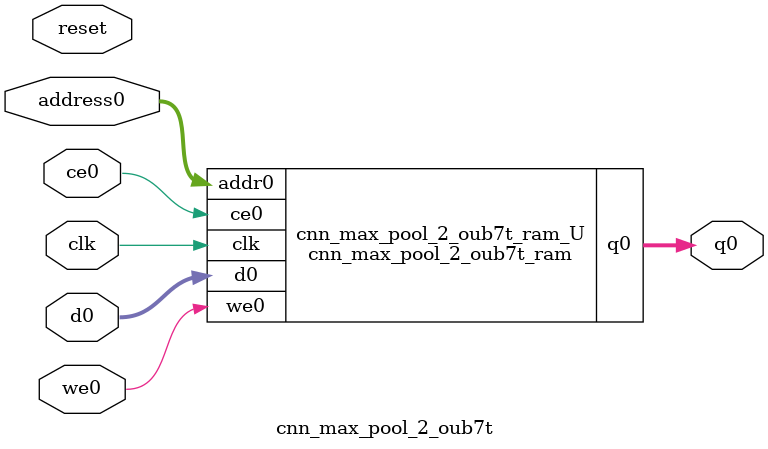
<source format=v>
`timescale 1 ns / 1 ps
module cnn_max_pool_2_oub7t_ram (addr0, ce0, d0, we0, q0,  clk);

parameter DWIDTH = 14;
parameter AWIDTH = 9;
parameter MEM_SIZE = 400;

input[AWIDTH-1:0] addr0;
input ce0;
input[DWIDTH-1:0] d0;
input we0;
output reg[DWIDTH-1:0] q0;
input clk;

(* ram_style = "block" *)reg [DWIDTH-1:0] ram[0:MEM_SIZE-1];




always @(posedge clk)  
begin 
    if (ce0) 
    begin
        if (we0) 
        begin 
            ram[addr0] <= d0; 
        end 
        q0 <= ram[addr0];
    end
end


endmodule

`timescale 1 ns / 1 ps
module cnn_max_pool_2_oub7t(
    reset,
    clk,
    address0,
    ce0,
    we0,
    d0,
    q0);

parameter DataWidth = 32'd14;
parameter AddressRange = 32'd400;
parameter AddressWidth = 32'd9;
input reset;
input clk;
input[AddressWidth - 1:0] address0;
input ce0;
input we0;
input[DataWidth - 1:0] d0;
output[DataWidth - 1:0] q0;



cnn_max_pool_2_oub7t_ram cnn_max_pool_2_oub7t_ram_U(
    .clk( clk ),
    .addr0( address0 ),
    .ce0( ce0 ),
    .we0( we0 ),
    .d0( d0 ),
    .q0( q0 ));

endmodule


</source>
